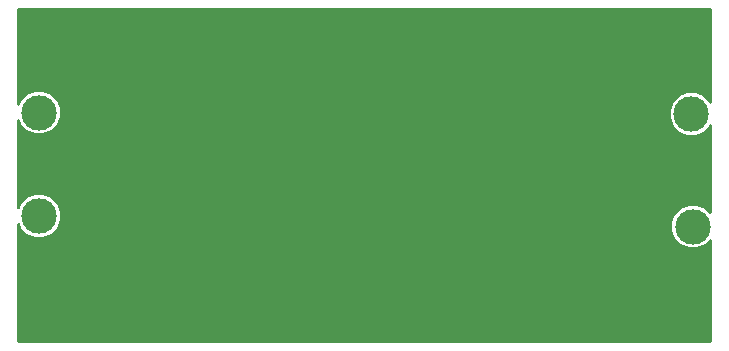
<source format=gbr>
G04 EAGLE Gerber RS-274X export*
G75*
%MOMM*%
%FSLAX34Y34*%
%LPD*%
%INBottom Copper*%
%IPPOS*%
%AMOC8*
5,1,8,0,0,1.08239X$1,22.5*%
G01*
%ADD10C,3.000000*%

G36*
X597720Y10931D02*
X597720Y10931D01*
X597778Y10929D01*
X597860Y10951D01*
X597944Y10963D01*
X597997Y10986D01*
X598053Y11001D01*
X598126Y11044D01*
X598203Y11079D01*
X598248Y11117D01*
X598298Y11146D01*
X598356Y11208D01*
X598420Y11262D01*
X598452Y11311D01*
X598492Y11354D01*
X598531Y11429D01*
X598578Y11499D01*
X598595Y11555D01*
X598622Y11607D01*
X598633Y11675D01*
X598663Y11770D01*
X598666Y11870D01*
X598677Y11938D01*
X598677Y97710D01*
X598673Y97739D01*
X598676Y97768D01*
X598653Y97879D01*
X598637Y97991D01*
X598625Y98018D01*
X598620Y98047D01*
X598568Y98147D01*
X598521Y98251D01*
X598502Y98273D01*
X598489Y98299D01*
X598411Y98381D01*
X598338Y98468D01*
X598313Y98484D01*
X598293Y98505D01*
X598195Y98563D01*
X598101Y98625D01*
X598073Y98634D01*
X598048Y98649D01*
X597938Y98677D01*
X597830Y98711D01*
X597800Y98712D01*
X597772Y98719D01*
X597659Y98716D01*
X597546Y98718D01*
X597517Y98711D01*
X597488Y98710D01*
X597380Y98675D01*
X597271Y98647D01*
X597245Y98632D01*
X597217Y98623D01*
X597154Y98577D01*
X597026Y98501D01*
X596983Y98456D01*
X596944Y98428D01*
X592866Y94350D01*
X586419Y91679D01*
X579441Y91679D01*
X572994Y94350D01*
X568060Y99284D01*
X565389Y105731D01*
X565389Y112709D01*
X568060Y119156D01*
X572994Y124090D01*
X579441Y126761D01*
X586419Y126761D01*
X592866Y124090D01*
X596944Y120012D01*
X596968Y119995D01*
X596987Y119972D01*
X597081Y119909D01*
X597171Y119841D01*
X597199Y119831D01*
X597223Y119815D01*
X597331Y119780D01*
X597437Y119740D01*
X597466Y119738D01*
X597494Y119729D01*
X597608Y119726D01*
X597720Y119717D01*
X597749Y119722D01*
X597778Y119722D01*
X597888Y119750D01*
X597999Y119772D01*
X598025Y119786D01*
X598053Y119793D01*
X598151Y119851D01*
X598251Y119903D01*
X598273Y119924D01*
X598298Y119939D01*
X598375Y120021D01*
X598457Y120099D01*
X598472Y120125D01*
X598492Y120146D01*
X598544Y120247D01*
X598601Y120344D01*
X598608Y120373D01*
X598622Y120399D01*
X598635Y120476D01*
X598671Y120620D01*
X598669Y120682D01*
X598677Y120730D01*
X598677Y194613D01*
X598665Y194698D01*
X598663Y194784D01*
X598645Y194838D01*
X598637Y194895D01*
X598602Y194973D01*
X598576Y195055D01*
X598544Y195102D01*
X598521Y195154D01*
X598466Y195220D01*
X598418Y195291D01*
X598374Y195328D01*
X598338Y195371D01*
X598266Y195419D01*
X598200Y195474D01*
X598148Y195497D01*
X598101Y195529D01*
X598019Y195555D01*
X597940Y195590D01*
X597884Y195597D01*
X597830Y195614D01*
X597744Y195617D01*
X597659Y195628D01*
X597603Y195620D01*
X597546Y195622D01*
X597463Y195600D01*
X597377Y195588D01*
X597326Y195564D01*
X597271Y195550D01*
X597197Y195506D01*
X597118Y195471D01*
X597075Y195434D01*
X597026Y195405D01*
X596967Y195342D01*
X596902Y195286D01*
X596876Y195244D01*
X596832Y195197D01*
X596766Y195068D01*
X596724Y195002D01*
X596530Y194534D01*
X591596Y189600D01*
X585149Y186929D01*
X578171Y186929D01*
X571724Y189600D01*
X566790Y194534D01*
X564119Y200981D01*
X564119Y207959D01*
X566790Y214406D01*
X571724Y219340D01*
X578171Y222011D01*
X585149Y222011D01*
X591596Y219340D01*
X596530Y214406D01*
X596724Y213938D01*
X596768Y213864D01*
X596803Y213786D01*
X596840Y213742D01*
X596869Y213693D01*
X596931Y213634D01*
X596987Y213569D01*
X597034Y213537D01*
X597075Y213498D01*
X597152Y213459D01*
X597223Y213411D01*
X597277Y213394D01*
X597328Y213368D01*
X597412Y213351D01*
X597494Y213326D01*
X597551Y213324D01*
X597607Y213313D01*
X597692Y213320D01*
X597778Y213318D01*
X597833Y213333D01*
X597890Y213337D01*
X597970Y213368D01*
X598053Y213390D01*
X598102Y213419D01*
X598155Y213440D01*
X598224Y213491D01*
X598298Y213535D01*
X598337Y213577D01*
X598382Y213611D01*
X598433Y213680D01*
X598492Y213743D01*
X598518Y213793D01*
X598552Y213839D01*
X598583Y213919D01*
X598622Y213996D01*
X598630Y214044D01*
X598653Y214105D01*
X598664Y214249D01*
X598677Y214327D01*
X598677Y292862D01*
X598669Y292920D01*
X598671Y292978D01*
X598649Y293060D01*
X598637Y293144D01*
X598614Y293197D01*
X598599Y293253D01*
X598556Y293326D01*
X598521Y293403D01*
X598483Y293448D01*
X598454Y293498D01*
X598392Y293556D01*
X598338Y293620D01*
X598289Y293652D01*
X598246Y293692D01*
X598171Y293731D01*
X598101Y293778D01*
X598045Y293795D01*
X597993Y293822D01*
X597925Y293833D01*
X597830Y293863D01*
X597730Y293866D01*
X597662Y293877D01*
X11938Y293877D01*
X11880Y293869D01*
X11822Y293871D01*
X11740Y293849D01*
X11656Y293837D01*
X11603Y293814D01*
X11547Y293799D01*
X11474Y293756D01*
X11397Y293721D01*
X11352Y293683D01*
X11302Y293654D01*
X11244Y293592D01*
X11180Y293538D01*
X11148Y293489D01*
X11108Y293446D01*
X11069Y293371D01*
X11022Y293301D01*
X11005Y293245D01*
X10978Y293193D01*
X10967Y293125D01*
X10937Y293030D01*
X10934Y292930D01*
X10923Y292862D01*
X10923Y212531D01*
X10935Y212446D01*
X10937Y212360D01*
X10955Y212306D01*
X10963Y212249D01*
X10998Y212171D01*
X11024Y212089D01*
X11056Y212042D01*
X11079Y211990D01*
X11134Y211924D01*
X11182Y211853D01*
X11226Y211816D01*
X11262Y211773D01*
X11334Y211725D01*
X11400Y211670D01*
X11452Y211647D01*
X11499Y211615D01*
X11581Y211589D01*
X11660Y211554D01*
X11716Y211547D01*
X11770Y211529D01*
X11856Y211527D01*
X11941Y211515D01*
X11997Y211524D01*
X12054Y211522D01*
X12137Y211544D01*
X12222Y211556D01*
X12274Y211580D01*
X12329Y211594D01*
X12403Y211638D01*
X12482Y211673D01*
X12525Y211710D01*
X12574Y211739D01*
X12633Y211802D01*
X12698Y211858D01*
X12724Y211900D01*
X12768Y211947D01*
X12834Y212076D01*
X12876Y212142D01*
X14340Y215676D01*
X19274Y220610D01*
X25721Y223281D01*
X32699Y223281D01*
X39146Y220610D01*
X44080Y215676D01*
X46751Y209229D01*
X46751Y202251D01*
X44080Y195804D01*
X39146Y190870D01*
X32699Y188199D01*
X25721Y188199D01*
X19274Y190870D01*
X14340Y195804D01*
X12876Y199338D01*
X12832Y199412D01*
X12797Y199490D01*
X12760Y199534D01*
X12731Y199583D01*
X12669Y199642D01*
X12613Y199707D01*
X12566Y199739D01*
X12525Y199778D01*
X12448Y199817D01*
X12377Y199865D01*
X12323Y199882D01*
X12272Y199908D01*
X12188Y199925D01*
X12106Y199951D01*
X12049Y199952D01*
X11993Y199963D01*
X11908Y199956D01*
X11822Y199958D01*
X11767Y199943D01*
X11710Y199939D01*
X11630Y199908D01*
X11547Y199886D01*
X11498Y199857D01*
X11445Y199837D01*
X11376Y199785D01*
X11302Y199741D01*
X11263Y199699D01*
X11218Y199665D01*
X11166Y199596D01*
X11108Y199533D01*
X11082Y199483D01*
X11048Y199437D01*
X11017Y199357D01*
X10978Y199280D01*
X10970Y199232D01*
X10947Y199171D01*
X10936Y199027D01*
X10923Y198949D01*
X10923Y124901D01*
X10935Y124816D01*
X10937Y124730D01*
X10955Y124676D01*
X10963Y124619D01*
X10998Y124541D01*
X11024Y124459D01*
X11056Y124412D01*
X11079Y124360D01*
X11134Y124294D01*
X11182Y124223D01*
X11226Y124186D01*
X11262Y124143D01*
X11334Y124095D01*
X11400Y124040D01*
X11452Y124017D01*
X11499Y123985D01*
X11581Y123959D01*
X11660Y123924D01*
X11716Y123917D01*
X11770Y123899D01*
X11856Y123897D01*
X11941Y123885D01*
X11997Y123894D01*
X12054Y123892D01*
X12137Y123914D01*
X12222Y123926D01*
X12274Y123950D01*
X12329Y123964D01*
X12403Y124008D01*
X12482Y124043D01*
X12525Y124080D01*
X12574Y124109D01*
X12633Y124172D01*
X12698Y124228D01*
X12724Y124270D01*
X12768Y124317D01*
X12834Y124446D01*
X12876Y124512D01*
X14340Y128046D01*
X19274Y132980D01*
X25721Y135651D01*
X32699Y135651D01*
X39146Y132980D01*
X44080Y128046D01*
X46751Y121599D01*
X46751Y114621D01*
X44080Y108174D01*
X39146Y103240D01*
X32699Y100569D01*
X25721Y100569D01*
X19274Y103240D01*
X14340Y108174D01*
X12876Y111708D01*
X12832Y111782D01*
X12797Y111860D01*
X12760Y111904D01*
X12731Y111953D01*
X12669Y112012D01*
X12613Y112077D01*
X12566Y112109D01*
X12525Y112148D01*
X12448Y112187D01*
X12377Y112235D01*
X12323Y112252D01*
X12272Y112278D01*
X12188Y112295D01*
X12106Y112321D01*
X12049Y112322D01*
X11993Y112333D01*
X11908Y112326D01*
X11822Y112328D01*
X11767Y112313D01*
X11710Y112309D01*
X11630Y112278D01*
X11547Y112256D01*
X11498Y112227D01*
X11445Y112207D01*
X11376Y112155D01*
X11302Y112111D01*
X11263Y112069D01*
X11218Y112035D01*
X11166Y111966D01*
X11108Y111903D01*
X11082Y111853D01*
X11048Y111807D01*
X11017Y111727D01*
X10978Y111650D01*
X10970Y111602D01*
X10947Y111541D01*
X10936Y111397D01*
X10923Y111319D01*
X10923Y11938D01*
X10931Y11880D01*
X10929Y11822D01*
X10951Y11740D01*
X10963Y11656D01*
X10986Y11603D01*
X11001Y11547D01*
X11044Y11474D01*
X11079Y11397D01*
X11117Y11352D01*
X11146Y11302D01*
X11208Y11244D01*
X11262Y11180D01*
X11311Y11148D01*
X11354Y11108D01*
X11429Y11069D01*
X11499Y11022D01*
X11555Y11005D01*
X11607Y10978D01*
X11675Y10967D01*
X11770Y10937D01*
X11870Y10934D01*
X11938Y10923D01*
X597662Y10923D01*
X597720Y10931D01*
G37*
D10*
X29210Y205740D03*
X581660Y204470D03*
X26670Y278130D03*
X26670Y26670D03*
X581660Y26670D03*
X580390Y278130D03*
X29210Y118110D03*
X582930Y109220D03*
M02*

</source>
